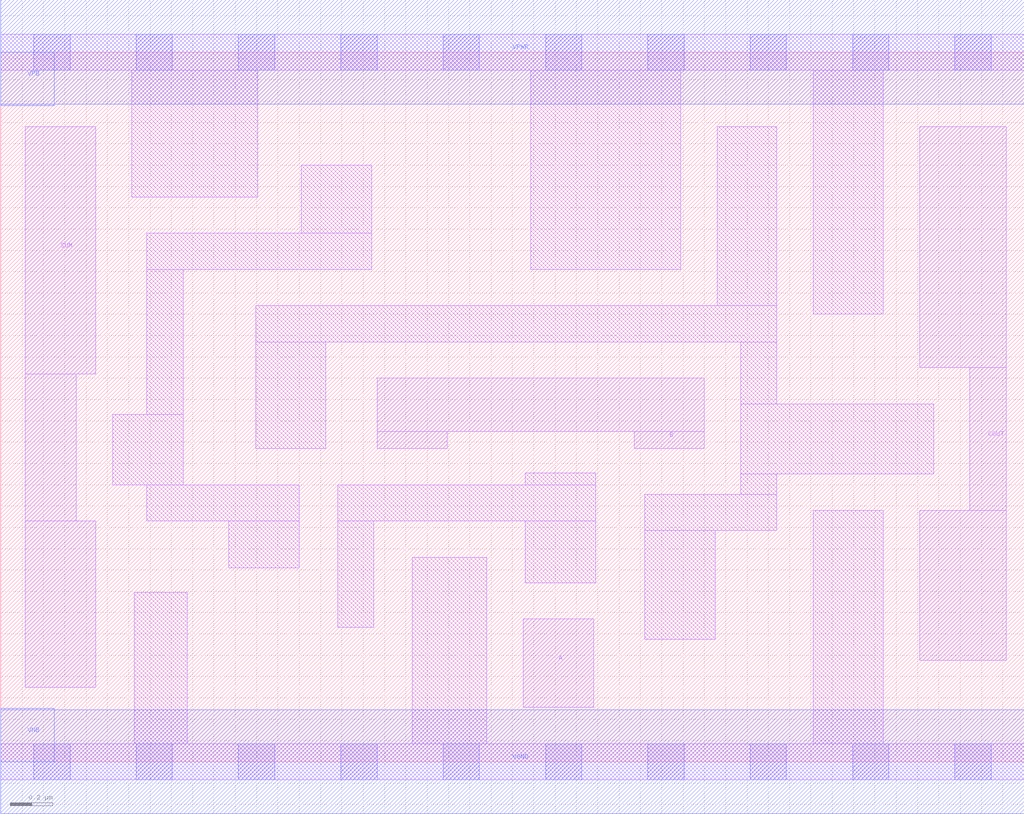
<source format=lef>
# Copyright 2020 The SkyWater PDK Authors
#
# Licensed under the Apache License, Version 2.0 (the "License");
# you may not use this file except in compliance with the License.
# You may obtain a copy of the License at
#
#     https://www.apache.org/licenses/LICENSE-2.0
#
# Unless required by applicable law or agreed to in writing, software
# distributed under the License is distributed on an "AS IS" BASIS,
# WITHOUT WARRANTIES OR CONDITIONS OF ANY KIND, either express or implied.
# See the License for the specific language governing permissions and
# limitations under the License.
#
# SPDX-License-Identifier: Apache-2.0

VERSION 5.5 ;
NAMESCASESENSITIVE ON ;
BUSBITCHARS "[]" ;
DIVIDERCHAR "/" ;
MACRO sky130_fd_sc_ms__ha_1
  CLASS CORE ;
  SOURCE USER ;
  ORIGIN  0.000000  0.000000 ;
  SIZE  4.800000 BY  3.330000 ;
  SYMMETRY X Y ;
  SITE unit ;
  PIN A
    ANTENNAGATEAREA  0.468000 ;
    DIRECTION INPUT ;
    USE SIGNAL ;
    PORT
      LAYER li1 ;
        RECT 2.450000 0.255000 2.780000 0.670000 ;
    END
  END A
  PIN B
    ANTENNAGATEAREA  0.468000 ;
    DIRECTION INPUT ;
    USE SIGNAL ;
    PORT
      LAYER li1 ;
        RECT 1.765000 1.470000 2.095000 1.550000 ;
        RECT 1.765000 1.550000 3.300000 1.800000 ;
        RECT 2.970000 1.470000 3.300000 1.550000 ;
    END
  END B
  PIN COUT
    ANTENNADIFFAREA  0.541300 ;
    DIRECTION OUTPUT ;
    USE SIGNAL ;
    PORT
      LAYER li1 ;
        RECT 4.310000 0.475000 4.715000 1.180000 ;
        RECT 4.310000 1.850000 4.715000 2.980000 ;
        RECT 4.545000 1.180000 4.715000 1.850000 ;
    END
  END COUT
  PIN SUM
    ANTENNADIFFAREA  0.541300 ;
    DIRECTION OUTPUT ;
    USE SIGNAL ;
    PORT
      LAYER li1 ;
        RECT 0.115000 0.350000 0.445000 1.130000 ;
        RECT 0.115000 1.130000 0.355000 1.820000 ;
        RECT 0.115000 1.820000 0.445000 2.980000 ;
    END
  END SUM
  PIN VGND
    DIRECTION INOUT ;
    USE GROUND ;
    PORT
      LAYER met1 ;
        RECT 0.000000 -0.245000 4.800000 0.245000 ;
    END
  END VGND
  PIN VNB
    DIRECTION INOUT ;
    USE GROUND ;
    PORT
      LAYER met1 ;
        RECT 0.000000 0.000000 0.250000 0.250000 ;
    END
  END VNB
  PIN VPB
    DIRECTION INOUT ;
    USE POWER ;
    PORT
      LAYER met1 ;
        RECT 0.000000 3.080000 0.250000 3.330000 ;
    END
  END VPB
  PIN VPWR
    DIRECTION INOUT ;
    USE POWER ;
    PORT
      LAYER met1 ;
        RECT 0.000000 3.085000 4.800000 3.575000 ;
    END
  END VPWR
  OBS
    LAYER li1 ;
      RECT 0.000000 -0.085000 4.800000 0.085000 ;
      RECT 0.000000  3.245000 4.800000 3.415000 ;
      RECT 0.525000  1.300000 0.855000 1.630000 ;
      RECT 0.615000  2.650000 1.205000 3.245000 ;
      RECT 0.625000  0.085000 0.875000 0.795000 ;
      RECT 0.685000  1.130000 1.400000 1.300000 ;
      RECT 0.685000  1.630000 0.855000 2.310000 ;
      RECT 0.685000  2.310000 1.740000 2.480000 ;
      RECT 1.070000  0.910000 1.400000 1.130000 ;
      RECT 1.195000  1.470000 1.525000 1.970000 ;
      RECT 1.195000  1.970000 3.640000 2.140000 ;
      RECT 1.410000  2.480000 1.740000 2.800000 ;
      RECT 1.580000  0.630000 1.750000 1.130000 ;
      RECT 1.580000  1.130000 2.790000 1.300000 ;
      RECT 1.930000  0.085000 2.280000 0.960000 ;
      RECT 2.460000  0.840000 2.790000 1.130000 ;
      RECT 2.460000  1.300000 2.790000 1.355000 ;
      RECT 2.485000  2.310000 3.190000 3.245000 ;
      RECT 3.020000  0.575000 3.350000 1.085000 ;
      RECT 3.020000  1.085000 3.640000 1.255000 ;
      RECT 3.360000  2.140000 3.640000 2.980000 ;
      RECT 3.470000  1.255000 3.640000 1.350000 ;
      RECT 3.470000  1.350000 4.375000 1.680000 ;
      RECT 3.470000  1.680000 3.640000 1.970000 ;
      RECT 3.810000  0.085000 4.140000 1.180000 ;
      RECT 3.810000  2.100000 4.140000 3.245000 ;
    LAYER mcon ;
      RECT 0.155000 -0.085000 0.325000 0.085000 ;
      RECT 0.155000  3.245000 0.325000 3.415000 ;
      RECT 0.635000 -0.085000 0.805000 0.085000 ;
      RECT 0.635000  3.245000 0.805000 3.415000 ;
      RECT 1.115000 -0.085000 1.285000 0.085000 ;
      RECT 1.115000  3.245000 1.285000 3.415000 ;
      RECT 1.595000 -0.085000 1.765000 0.085000 ;
      RECT 1.595000  3.245000 1.765000 3.415000 ;
      RECT 2.075000 -0.085000 2.245000 0.085000 ;
      RECT 2.075000  3.245000 2.245000 3.415000 ;
      RECT 2.555000 -0.085000 2.725000 0.085000 ;
      RECT 2.555000  3.245000 2.725000 3.415000 ;
      RECT 3.035000 -0.085000 3.205000 0.085000 ;
      RECT 3.035000  3.245000 3.205000 3.415000 ;
      RECT 3.515000 -0.085000 3.685000 0.085000 ;
      RECT 3.515000  3.245000 3.685000 3.415000 ;
      RECT 3.995000 -0.085000 4.165000 0.085000 ;
      RECT 3.995000  3.245000 4.165000 3.415000 ;
      RECT 4.475000 -0.085000 4.645000 0.085000 ;
      RECT 4.475000  3.245000 4.645000 3.415000 ;
  END
END sky130_fd_sc_ms__ha_1
END LIBRARY

</source>
